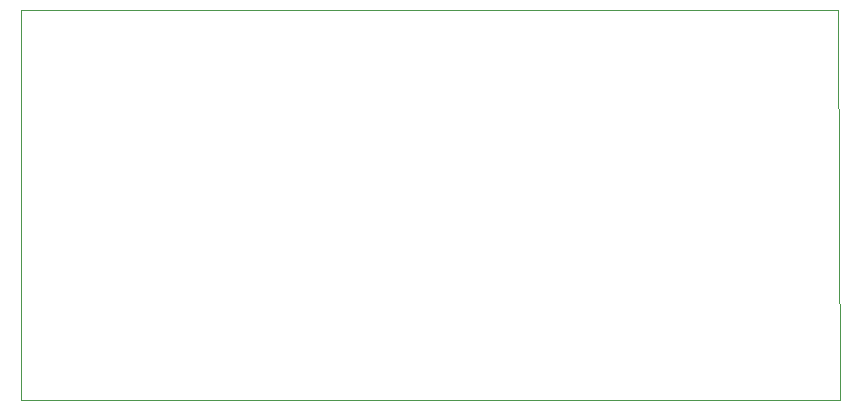
<source format=gbr>
G04 #@! TF.GenerationSoftware,KiCad,Pcbnew,(5.1.5-0-10_14)*
G04 #@! TF.CreationDate,2021-04-18T15:00:39+10:00*
G04 #@! TF.ProjectId,OH - Right Console - 6 - KY-58 Control,4f48202d-2052-4696-9768-7420436f6e73,rev?*
G04 #@! TF.SameCoordinates,Original*
G04 #@! TF.FileFunction,Profile,NP*
%FSLAX46Y46*%
G04 Gerber Fmt 4.6, Leading zero omitted, Abs format (unit mm)*
G04 Created by KiCad (PCBNEW (5.1.5-0-10_14)) date 2021-04-18 15:00:39*
%MOMM*%
%LPD*%
G04 APERTURE LIST*
%ADD10C,0.050000*%
G04 APERTURE END LIST*
D10*
X82677000Y-93980000D02*
X82677000Y-127000000D01*
X152019000Y-127000000D02*
X82677000Y-127000000D01*
X151892000Y-93980000D02*
X152019000Y-127000000D01*
X82677000Y-93980000D02*
X151892000Y-93980000D01*
M02*

</source>
